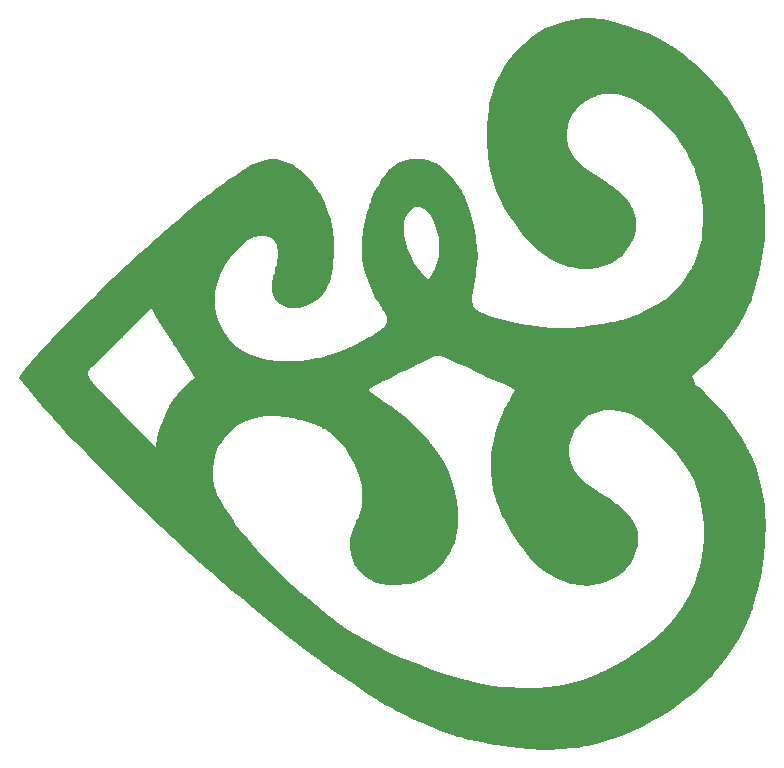
<source format=gbo>
G04*
G04 #@! TF.GenerationSoftware,Altium Limited,Altium Designer,18.1.7 (191)*
G04*
G04 Layer_Color=32896*
%FSLAX44Y44*%
%MOMM*%
G71*
G01*
G75*
G36*
X936389Y1004024D02*
X940209Y1003677D01*
X944028Y1002982D01*
X947153Y1002288D01*
X949584Y1001593D01*
X950973Y1001246D01*
X951667Y1000899D01*
X961042Y998121D01*
X970070Y994996D01*
X978055Y991871D01*
X985000Y988399D01*
X988125Y987010D01*
X990903Y985621D01*
X993333Y984233D01*
X995069Y983191D01*
X996805Y982149D01*
X997847Y981455D01*
X998541Y980760D01*
X998889D01*
X1006875Y975205D01*
X1014166Y969649D01*
X1020416Y963747D01*
X1026319Y958539D01*
X1030833Y953677D01*
X1034305Y949858D01*
X1035694Y948469D01*
X1036735Y947428D01*
X1037083Y946733D01*
X1037430Y946386D01*
X1045763Y935969D01*
X1052707Y925553D01*
X1058610Y915483D01*
X1063124Y906109D01*
X1064860Y901942D01*
X1066596Y898122D01*
X1067985Y894650D01*
X1069027Y891873D01*
X1069721Y889442D01*
X1070415Y887706D01*
X1070763Y886664D01*
Y886317D01*
X1073540Y874165D01*
X1075624Y862012D01*
X1076665Y850207D01*
X1077013Y844998D01*
X1077360Y839790D01*
Y835276D01*
X1077707Y831109D01*
Y824165D01*
X1077360Y821387D01*
Y817915D01*
X1075971Y807151D01*
X1074235Y797082D01*
X1072499Y787707D01*
X1070068Y779721D01*
X1069027Y776249D01*
X1068332Y773124D01*
X1067291Y770346D01*
X1066596Y767916D01*
X1065902Y765833D01*
X1065207Y764444D01*
X1064860Y763749D01*
Y763402D01*
X1060346Y754027D01*
X1055138Y744999D01*
X1049930Y737361D01*
X1044374Y730416D01*
X1041944Y727291D01*
X1039860Y724861D01*
X1037777Y722430D01*
X1035694Y720347D01*
X1034305Y718958D01*
X1033263Y717916D01*
X1032569Y717222D01*
X1032222Y716875D01*
X1029097Y713750D01*
X1026319Y711319D01*
X1024236Y709583D01*
X1023888Y709236D01*
X1023541Y708889D01*
X1020416Y706458D01*
X1017986Y704028D01*
X1016249Y702292D01*
X1015555Y701944D01*
Y701597D01*
X1016249Y699861D01*
X1016944Y698472D01*
Y697430D01*
X1017638Y696389D01*
X1017986Y695694D01*
X1018333Y695000D01*
X1020069Y693611D01*
X1021805Y692222D01*
X1023194Y691181D01*
X1023541Y690833D01*
X1025277Y688750D01*
X1026666Y687014D01*
X1028055Y685972D01*
X1028402Y685625D01*
X1036735Y676945D01*
X1044027Y668264D01*
X1050277Y660278D01*
X1055485Y652639D01*
X1057568Y649167D01*
X1059305Y646042D01*
X1061041Y643264D01*
X1062430Y640834D01*
X1063471Y639098D01*
X1064166Y637362D01*
X1064860Y636667D01*
Y636320D01*
X1069374Y625904D01*
X1072499Y615487D01*
X1074929Y605418D01*
X1076318Y596390D01*
X1077013Y592224D01*
X1077360Y588404D01*
X1077707Y584932D01*
Y582154D01*
X1078054Y579724D01*
Y576599D01*
X1077707Y562363D01*
X1076665Y548474D01*
X1075624Y542224D01*
X1074582Y536321D01*
X1073540Y530419D01*
X1072499Y525210D01*
X1071457Y520349D01*
X1070068Y516183D01*
X1069027Y512363D01*
X1068332Y509238D01*
X1067291Y506808D01*
X1066943Y504725D01*
X1066249Y503683D01*
Y503336D01*
X1063818Y497086D01*
X1061388Y490836D01*
X1055138Y479378D01*
X1048541Y468614D01*
X1045069Y464100D01*
X1041596Y459586D01*
X1038472Y455420D01*
X1035347Y451947D01*
X1032916Y448822D01*
X1030485Y446045D01*
X1028402Y443961D01*
X1027013Y442573D01*
X1025972Y441531D01*
X1025624Y441184D01*
X1016944Y433198D01*
X1007916Y426253D01*
X999236Y419656D01*
X990208Y414101D01*
X981875Y409240D01*
X973542Y404726D01*
X965556Y401254D01*
X957917Y398129D01*
X950973Y395351D01*
X944723Y393268D01*
X939167Y391531D01*
X934306Y390143D01*
X930487Y389101D01*
X927709Y388406D01*
X925973Y388059D01*
X925278D01*
X918681Y387018D01*
X912431Y386323D01*
X906529Y385976D01*
X901320Y385629D01*
X896806Y385282D01*
X893682D01*
X892293D01*
X891251D01*
X890904D01*
X890557D01*
X876321Y385976D01*
X862432Y387365D01*
X849238Y389101D01*
X843335Y390143D01*
X837432Y391531D01*
X832224Y392573D01*
X827363Y393615D01*
X823196Y394656D01*
X819724Y395698D01*
X816599Y396393D01*
X814516Y397087D01*
X813127Y397434D01*
X812780D01*
X800627Y401948D01*
X789169Y406809D01*
X778752Y411670D01*
X773891Y413753D01*
X769378Y416184D01*
X765211Y418267D01*
X761392Y420351D01*
X758267Y422087D01*
X755489Y423475D01*
X753406Y424864D01*
X751669Y425906D01*
X750628Y426253D01*
X750281Y426600D01*
X739517Y433545D01*
X729100Y440489D01*
X719725Y447086D01*
X711045Y452989D01*
X707225Y455767D01*
X703753Y458197D01*
X700976Y460281D01*
X698545Y462364D01*
X696462Y463753D01*
X695073Y464795D01*
X694031Y465489D01*
X693684Y465836D01*
X672851Y481808D01*
X662782Y489794D01*
X653059Y497780D01*
X643685Y505419D01*
X635004Y513058D01*
X626324Y520002D01*
X618685Y526599D01*
X611393Y532849D01*
X604796Y538405D01*
X599241Y543613D01*
X594380Y547780D01*
X590560Y551252D01*
X587783Y553682D01*
X586046Y555071D01*
X585352Y555766D01*
X566255Y573474D01*
X547852Y591182D01*
X539172Y599515D01*
X530839Y607848D01*
X523200Y615487D01*
X515908Y622779D01*
X508964Y629376D01*
X503061Y635626D01*
X497853Y641181D01*
X493339Y645695D01*
X489867Y649167D01*
X487089Y651945D01*
X485700Y653681D01*
X485006Y654376D01*
X477714Y662709D01*
X474242Y666528D01*
X471117Y670000D01*
X468340Y672778D01*
X466256Y674861D01*
X464867Y676598D01*
X464520Y676945D01*
X457576Y685278D01*
X454451Y689445D01*
X451673Y692917D01*
X449243Y696042D01*
X447159Y698125D01*
X445770Y699861D01*
X445423Y700208D01*
X446465Y701944D01*
X447506Y703333D01*
X447854Y704375D01*
X448201Y704722D01*
X448895Y705764D01*
X449590Y706805D01*
X450284Y707153D01*
X450631Y707500D01*
X461742Y720000D01*
X472853Y732152D01*
X483270Y743263D01*
X488478Y748124D01*
X492992Y752985D01*
X497159Y757152D01*
X500978Y760971D01*
X504450Y764444D01*
X507228Y767221D01*
X509658Y769652D01*
X511395Y771388D01*
X512436Y772430D01*
X512783Y772777D01*
X524936Y784235D01*
X537089Y795346D01*
X548200Y805762D01*
X553408Y810276D01*
X558269Y814790D01*
X562783Y818610D01*
X566949Y822429D01*
X570422Y825554D01*
X573547Y828332D01*
X575977Y830415D01*
X578060Y831804D01*
X579102Y832846D01*
X579449Y833193D01*
X584658Y837707D01*
X589866Y842220D01*
X594727Y846040D01*
X598894Y849512D01*
X602713Y852290D01*
X605491Y854720D01*
X607227Y856109D01*
X607921Y856456D01*
X613477Y860623D01*
X618685Y864442D01*
X623893Y868262D01*
X628407Y871387D01*
X632226Y873817D01*
X635351Y875901D01*
X637087Y877290D01*
X637782Y877637D01*
X643685Y881109D01*
X648893Y883192D01*
X654101Y884581D01*
X658268Y885275D01*
X661740Y885623D01*
X664518Y885275D01*
X665907Y884928D01*
X666601D01*
X671809Y883192D01*
X676670Y880762D01*
X681184Y877984D01*
X685004Y874859D01*
X688476Y872081D01*
X690906Y869651D01*
X692295Y867915D01*
X692990Y867220D01*
X697503Y860970D01*
X701323Y854720D01*
X704448Y848470D01*
X706878Y842915D01*
X708267Y838054D01*
X709656Y834582D01*
X710003Y833193D01*
Y832151D01*
X710350Y831457D01*
Y831109D01*
X711392Y823818D01*
X712086Y816526D01*
Y803332D01*
X711739Y797776D01*
Y795693D01*
X711392Y793610D01*
Y792221D01*
X711045Y791179D01*
Y790138D01*
X709656Y783888D01*
X708614Y781110D01*
X707573Y778680D01*
X706531Y776596D01*
X705837Y774860D01*
X705489Y773819D01*
X705142Y773471D01*
X703059Y770694D01*
X700628Y768263D01*
X698198Y766180D01*
X695767Y764791D01*
X693684Y763402D01*
X691948Y762708D01*
X690906Y762360D01*
X690559Y762013D01*
X686392Y760277D01*
X682573Y759235D01*
X680837D01*
X679448Y758888D01*
X678754D01*
X678406D01*
X675976Y759235D01*
X673545Y759583D01*
X669726Y761319D01*
X667990Y762013D01*
X666948Y762708D01*
X666254Y763055D01*
X665907Y763402D01*
X663823Y765138D01*
X662434Y766874D01*
X661393Y768610D01*
X660698Y769999D01*
X660351Y771388D01*
X660004Y772430D01*
Y781805D01*
X660351Y783541D01*
Y784930D01*
X660698Y785624D01*
Y785971D01*
X662087Y789096D01*
X662782Y792221D01*
X663476Y794652D01*
X663823Y794999D01*
Y795346D01*
X664518Y799165D01*
X665212Y802290D01*
Y808540D01*
X664518Y811318D01*
X663823Y813401D01*
X662434Y815485D01*
X661393Y816873D01*
X660351Y817915D01*
X659657Y818262D01*
X659309Y818610D01*
X657226Y819651D01*
X654796Y820346D01*
X652365D01*
X649934D01*
X647851Y819998D01*
X646115Y819651D01*
X645073Y819304D01*
X644726D01*
X639518Y816526D01*
X635004Y813054D01*
X630838Y809235D01*
X627018Y805068D01*
X624240Y801249D01*
X621810Y798124D01*
X620421Y796040D01*
X620074Y795693D01*
Y795346D01*
X616602Y788749D01*
X614171Y782499D01*
X612435Y776596D01*
X611740Y771735D01*
X611393Y767221D01*
Y761319D01*
X612435Y754722D01*
X614518Y748819D01*
X616602Y743611D01*
X619032Y739097D01*
X621463Y735624D01*
X623546Y732847D01*
X624935Y731458D01*
X625282Y730763D01*
X630143Y726597D01*
X635351Y723125D01*
X640560Y720347D01*
X645768Y718611D01*
X649934Y716875D01*
X653407Y716180D01*
X654796Y715833D01*
X655837Y715486D01*
X656184D01*
X656532D01*
X665907Y714444D01*
X674934D01*
X682920Y714791D01*
X690212Y715486D01*
X693684Y715833D01*
X696462Y716527D01*
X698892Y716875D01*
X700976Y717222D01*
X702712Y717569D01*
X704100Y717916D01*
X704795Y718264D01*
X705142D01*
X713823Y721041D01*
X722156Y724513D01*
X729795Y727986D01*
X736392Y731458D01*
X742294Y734583D01*
X744378Y735972D01*
X746461Y737013D01*
X748197Y738055D01*
X749239Y738749D01*
X749933Y739444D01*
X750281D01*
X752364Y741180D01*
X754100Y742569D01*
X755489Y744305D01*
X756530Y745347D01*
X757225Y747430D01*
X757572Y747777D01*
Y748124D01*
X757225Y749861D01*
X756878Y751597D01*
X755489Y755069D01*
X754447Y756805D01*
X753753Y757847D01*
X753406Y758541D01*
X753058Y758888D01*
X750281Y763402D01*
X747503Y767569D01*
X743336Y776249D01*
X740211Y784235D01*
X738128Y791527D01*
X736739Y797429D01*
X736392Y800207D01*
X736045Y802290D01*
Y804026D01*
X735697Y805415D01*
Y806457D01*
X736045Y815485D01*
X737086Y824165D01*
X738475Y832498D01*
X740558Y840137D01*
X741600Y843609D01*
X742294Y846387D01*
X743336Y849165D01*
X744031Y851595D01*
X744725Y853331D01*
X745419Y854720D01*
X745767Y855415D01*
Y855762D01*
X747850Y859929D01*
X750281Y863748D01*
X752364Y867567D01*
X754794Y870692D01*
X756530Y873123D01*
X758267Y875206D01*
X759308Y876595D01*
X759655Y876942D01*
X763128Y879720D01*
X766600Y881803D01*
X770419Y883539D01*
X774239Y884581D01*
X777711Y885275D01*
X780489Y885623D01*
X782225D01*
X782919D01*
X787780Y885275D01*
X791947Y884234D01*
X795766Y883192D01*
X798891Y881803D01*
X801322Y880067D01*
X803405Y879025D01*
X804446Y877984D01*
X804794Y877637D01*
X811044Y870692D01*
X813821Y867567D01*
X815905Y864790D01*
X817988Y862359D01*
X819377Y860276D01*
X820419Y858887D01*
X820766Y858540D01*
X821113Y857151D01*
X821460Y856804D01*
Y856456D01*
X821807Y855415D01*
X822155Y855068D01*
X825280Y848123D01*
X827363Y841179D01*
X829446Y834582D01*
X830835Y829026D01*
X831877Y824165D01*
X832571Y820346D01*
Y818957D01*
X832918Y817915D01*
Y817221D01*
X833613Y809929D01*
X833960Y802985D01*
X833613Y796388D01*
X832918Y790485D01*
X832224Y785277D01*
X831877Y783193D01*
X831529Y781457D01*
X831182Y780068D01*
Y779027D01*
X830835Y778332D01*
Y777985D01*
X830141Y773124D01*
X829446Y769305D01*
Y764096D01*
X829793Y762360D01*
Y761319D01*
X830141Y760971D01*
Y760624D01*
X831529Y759235D01*
X833613Y757499D01*
X836043Y756110D01*
X838821Y754722D01*
X841599Y753680D01*
X844029Y752638D01*
X845418Y752291D01*
X846113Y751944D01*
X856529Y748819D01*
X866599Y746388D01*
X875626Y744652D01*
X884307Y743611D01*
X887779Y742916D01*
X891251D01*
X894029Y742569D01*
X896459Y742222D01*
X898543D01*
X899931D01*
X900973D01*
X901320D01*
X911737Y742569D01*
X922153Y743263D01*
X931528Y744652D01*
X939862Y746041D01*
X943681Y746388D01*
X947153Y747083D01*
X949931Y747777D01*
X952361Y748472D01*
X954445Y748819D01*
X955834Y749166D01*
X956875Y749513D01*
X957222D01*
X964167Y751597D01*
X970764Y754374D01*
X976667Y757152D01*
X981875Y759930D01*
X986389Y762360D01*
X989514Y764444D01*
X991597Y765833D01*
X992291Y766180D01*
X997847Y770694D01*
X1002708Y775555D01*
X1006875Y780416D01*
X1010347Y785277D01*
X1013124Y789443D01*
X1015208Y792915D01*
X1015902Y794304D01*
X1016597Y795346D01*
X1016944Y795693D01*
Y796040D01*
X1019722Y802985D01*
X1021805Y810276D01*
X1023541Y817221D01*
X1024236Y824512D01*
X1024930Y831109D01*
Y838054D01*
X1024583Y844304D01*
X1023888Y850554D01*
X1022847Y856109D01*
X1022152Y861317D01*
X1021111Y865831D01*
X1020069Y869651D01*
X1019027Y872776D01*
X1018333Y874859D01*
X1017986Y876595D01*
X1017638Y876942D01*
X1014166Y884928D01*
X1010694Y891873D01*
X1006527Y898470D01*
X1002014Y904720D01*
X997500Y910275D01*
X992986Y915136D01*
X988472Y919303D01*
X984305Y923122D01*
X979792Y926594D01*
X975972Y929372D01*
X972500Y931803D01*
X969375Y933886D01*
X966597Y935275D01*
X964861Y936317D01*
X963472Y936664D01*
X963125Y937011D01*
X957570Y939094D01*
X952361Y940136D01*
X947500Y940483D01*
X943334D01*
X939514Y940136D01*
X937084Y939789D01*
X935348Y939442D01*
X934653Y939094D01*
X929792Y937358D01*
X925626Y934928D01*
X922153Y932150D01*
X919028Y929372D01*
X916945Y926942D01*
X915209Y924511D01*
X914167Y923122D01*
X913820Y922428D01*
X911737Y917567D01*
X910695Y913053D01*
X910001Y908539D01*
X909654Y904720D01*
X910001Y901247D01*
X910348Y898817D01*
X910695Y897081D01*
Y896386D01*
X912778Y891525D01*
X915556Y887359D01*
X918681Y883539D01*
X921806Y880414D01*
X924931Y877984D01*
X927362Y876248D01*
X929098Y874859D01*
X929792Y874512D01*
X934306Y871734D01*
X938126Y869303D01*
X939514Y868262D01*
X940903Y867220D01*
X941598Y866873D01*
X941945Y866526D01*
X946112Y863748D01*
X949584Y861317D01*
X950973Y860276D01*
X952014Y859234D01*
X952709Y858887D01*
X953056Y858540D01*
X956181Y855762D01*
X958611Y852984D01*
X961042Y850207D01*
X962778Y847429D01*
X964167Y845345D01*
X965209Y843609D01*
X965556Y842220D01*
X965903Y841873D01*
X967292Y838401D01*
X967986Y834582D01*
X968333Y831109D01*
X967986Y827637D01*
Y824859D01*
X967292Y822776D01*
X966945Y821387D01*
Y820693D01*
X965209Y816526D01*
X963125Y812707D01*
X960695Y809235D01*
X958611Y806457D01*
X956875Y804374D01*
X955139Y802638D01*
X954098Y801596D01*
X953750Y801249D01*
X949931Y798818D01*
X946112Y796735D01*
X942292Y795346D01*
X938473Y794304D01*
X935348Y793263D01*
X932917Y792915D01*
X931181Y792568D01*
X930487D01*
X925973Y792221D01*
X921459Y792568D01*
X917292Y792915D01*
X913820Y793610D01*
X910695Y793957D01*
X908612Y794652D01*
X907223Y795346D01*
X906529D01*
X902362Y797082D01*
X898543Y798818D01*
X895070Y800901D01*
X892293Y802985D01*
X889515Y805068D01*
X887779Y806457D01*
X886390Y807499D01*
X886043Y807846D01*
X880835Y812707D01*
X875973Y817221D01*
X871807Y822082D01*
X867987Y826943D01*
X864515Y831804D01*
X861043Y836665D01*
X858265Y841179D01*
X855835Y845345D01*
X853752Y849512D01*
X852015Y852984D01*
X850627Y856456D01*
X849585Y859234D01*
X848543Y861317D01*
X847849Y863054D01*
X847502Y864095D01*
Y864442D01*
X845766Y870345D01*
X844377Y876248D01*
X842641Y888053D01*
X841946Y899511D01*
Y909928D01*
X842293Y914789D01*
X842641Y918956D01*
X842988Y922775D01*
X843335Y925900D01*
Y928678D01*
X843682Y930414D01*
X844029Y931803D01*
Y932150D01*
X845766Y939442D01*
X847849Y946039D01*
X850627Y952289D01*
X853404Y957844D01*
X856529Y963400D01*
X860001Y968261D01*
X863474Y972774D01*
X866599Y976594D01*
X869724Y980066D01*
X872849Y983191D01*
X875626Y985621D01*
X878404Y987705D01*
X880487Y989441D01*
X881876Y990482D01*
X882918Y991177D01*
X883265Y991524D01*
X891251Y996038D01*
X899237Y999163D01*
X906529Y1001593D01*
X913473Y1002982D01*
X919376Y1004024D01*
X921806Y1004371D01*
X923889D01*
X925278Y1004718D01*
X926667D01*
X927362D01*
X927709D01*
X931876D01*
X936389Y1004024D01*
D02*
G37*
%LPC*%
G36*
X785350Y844998D02*
X783961D01*
X782572D01*
X781530D01*
X781183Y844651D01*
X780836D01*
X779100Y843957D01*
X777364Y842568D01*
X774933Y839790D01*
X773891Y838401D01*
X773544Y837012D01*
X772850Y836318D01*
Y835971D01*
X771808Y831457D01*
X771461Y826596D01*
X771808Y822082D01*
X772503Y817568D01*
X773197Y814096D01*
X774239Y810971D01*
X774586Y809235D01*
X774933Y808887D01*
Y808540D01*
X777364Y802985D01*
X780141Y797776D01*
X782919Y793610D01*
X785697Y789790D01*
X788475Y787013D01*
X790558Y784930D01*
X791947Y783541D01*
X792294Y783193D01*
X795766Y787707D01*
X798197Y792568D01*
X799933Y797429D01*
X800974Y802290D01*
X801322Y806457D01*
X801669Y809582D01*
Y812707D01*
X801322Y819304D01*
X799933Y824859D01*
X798197Y829721D01*
X796460Y833887D01*
X794377Y837012D01*
X792641Y839443D01*
X791252Y840832D01*
X790905Y841179D01*
X788822Y842915D01*
X787086Y844304D01*
X785350Y844998D01*
D02*
G37*
G36*
X557575Y758888D02*
X548547Y750208D01*
X544380Y746041D01*
X540561Y742222D01*
X537436Y739097D01*
X535005Y736319D01*
X533616Y734930D01*
X532922Y734236D01*
X523200Y725208D01*
X519033Y721041D01*
X514867Y716875D01*
X511742Y713750D01*
X508964Y711319D01*
X507575Y709583D01*
X506881Y708889D01*
X505839Y707500D01*
X504797Y706458D01*
X504450Y705069D01*
Y702292D01*
X504797Y701944D01*
Y701597D01*
X506186Y699167D01*
X507575Y697083D01*
X508617Y695694D01*
X508964Y695000D01*
X517645Y685972D01*
X521811Y681806D01*
X525630Y677639D01*
X529103Y674514D01*
X531533Y672084D01*
X532922Y670348D01*
X533616Y669653D01*
X543339Y659584D01*
X547852Y654723D01*
X552366Y650556D01*
X555838Y646737D01*
X558963Y643959D01*
X560700Y641876D01*
X561394Y641528D01*
Y641181D01*
X562783Y648820D01*
X564519Y655764D01*
X566602Y661667D01*
X568338Y666528D01*
X570074Y670695D01*
X571463Y673820D01*
X572505Y675556D01*
X572852Y676250D01*
X575977Y681111D01*
X579796Y685972D01*
X583269Y689792D01*
X586741Y693611D01*
X589866Y696389D01*
X592296Y698472D01*
X594032Y699861D01*
X594727Y700208D01*
X587783Y710972D01*
X584658Y715833D01*
X581880Y720347D01*
X579449Y724166D01*
X577713Y726944D01*
X576324Y728680D01*
X575977Y729375D01*
X569380Y740138D01*
X566255Y744999D01*
X563477Y749513D01*
X561047Y753333D01*
X559311Y756458D01*
X557922Y758194D01*
X557575Y758888D01*
D02*
G37*
G36*
X798891Y718611D02*
X797502Y718264D01*
X796460Y717916D01*
X796113Y717569D01*
X790905Y715139D01*
X786044Y712708D01*
X781530Y710625D01*
X777364Y708541D01*
X773891Y707153D01*
X771461Y705764D01*
X769725Y705069D01*
X769030Y704722D01*
X758961Y699514D01*
X754100Y697083D01*
X749933Y694653D01*
X746114Y692917D01*
X743336Y691528D01*
X741600Y690486D01*
X740906Y690139D01*
X744378Y687014D01*
X747850Y684931D01*
X749239Y683889D01*
X749933Y683195D01*
X750628Y682847D01*
X750975D01*
X754794Y680070D01*
X757919Y677986D01*
X759308Y677292D01*
X760350Y676598D01*
X760697Y676250D01*
X761044D01*
X768336Y670695D01*
X774933Y665139D01*
X780489Y659584D01*
X785697Y654376D01*
X789863Y650209D01*
X792988Y646737D01*
X794030Y645348D01*
X794724Y644306D01*
X795419Y643959D01*
Y643612D01*
X800627Y636320D01*
X805141Y629029D01*
X808613Y622084D01*
X811391Y615140D01*
X813127Y609237D01*
X813821Y606807D01*
X814516Y604723D01*
X814863Y602987D01*
X815210Y601598D01*
X815557Y600904D01*
Y600557D01*
X816599Y595001D01*
X817294Y589446D01*
X817641Y584238D01*
Y576251D01*
X817294Y573126D01*
X816946Y571390D01*
Y570696D01*
X815905Y565488D01*
X814516Y560279D01*
X812432Y555766D01*
X810349Y551599D01*
X808266Y548127D01*
X806530Y545696D01*
X805141Y543960D01*
X804794Y543266D01*
X800974Y539099D01*
X796808Y535974D01*
X792988Y533196D01*
X789516Y530766D01*
X786391Y529377D01*
X783613Y527988D01*
X782225Y527641D01*
X781530Y527294D01*
X776669Y525905D01*
X771808Y525210D01*
X767294Y524516D01*
X763128D01*
X759308Y524863D01*
X756183D01*
X754447Y525210D01*
X754100D01*
X753753D01*
X748197Y526599D01*
X743336Y529030D01*
X739517Y531460D01*
X736045Y534238D01*
X733614Y537016D01*
X731878Y539099D01*
X730836Y540488D01*
X730489Y541182D01*
X728059Y546044D01*
X726670Y550905D01*
X725975Y555766D01*
Y559932D01*
X726322Y563752D01*
X727017Y566877D01*
X727364Y568613D01*
X727711Y569307D01*
X728406Y571390D01*
X728753Y573126D01*
X729100Y574168D01*
Y574515D01*
X730142Y575904D01*
X730836Y577293D01*
X731183Y578335D01*
Y578682D01*
X733267Y582501D01*
X734656Y586668D01*
X735697Y590487D01*
X736045Y594307D01*
X736392Y601946D01*
X735697Y608890D01*
X734308Y614793D01*
X733614Y617570D01*
X732920Y619654D01*
X732225Y621390D01*
X731531Y622779D01*
X731183Y623473D01*
Y623820D01*
X729100Y628334D01*
X726670Y632501D01*
X724586Y636320D01*
X722156Y639792D01*
X717295Y645695D01*
X712434Y650556D01*
X708267Y654028D01*
X704795Y656459D01*
X703406Y657153D01*
X702364Y657848D01*
X702017Y658195D01*
X701670D01*
X692990Y661667D01*
X689170Y662709D01*
X685698Y664098D01*
X682573Y664792D01*
X680490Y665487D01*
X679101Y666181D01*
X678406D01*
X669726Y667223D01*
X665559Y667570D01*
X662087D01*
X658962D01*
X656532D01*
X655143D01*
X654448D01*
X649934Y667223D01*
X645421Y666181D01*
X637782Y663403D01*
X631185Y659931D01*
X625976Y655764D01*
X621810Y651945D01*
X619032Y648473D01*
X617990Y647084D01*
X617296Y646042D01*
X616602Y645348D01*
Y645001D01*
X614518Y641181D01*
X612782Y637362D01*
X611740Y633195D01*
X610699Y629376D01*
X610004Y622084D01*
X610352Y615487D01*
X611046Y609584D01*
X611740Y607154D01*
X612088Y605070D01*
X612782Y603682D01*
X613129Y602293D01*
X613477Y601598D01*
Y601251D01*
X616602Y596043D01*
X619379Y591182D01*
X620768Y589446D01*
X621810Y588057D01*
X622157Y587015D01*
X622504Y586668D01*
X625629Y581113D01*
X627365Y578682D01*
X628754Y576599D01*
X630143Y574863D01*
X631185Y573474D01*
X631532Y572779D01*
X631879Y572432D01*
X639518Y563404D01*
X646810Y554724D01*
X654796Y546738D01*
X662434Y538752D01*
X669726Y531460D01*
X677018Y524516D01*
X684309Y518266D01*
X690906Y512711D01*
X697156Y507502D01*
X702712Y502641D01*
X707920Y498822D01*
X712086Y495697D01*
X715559Y492919D01*
X718336Y491183D01*
X719725Y489794D01*
X720420Y489447D01*
X729795Y483544D01*
X739169Y477989D01*
X748544Y472780D01*
X758267Y468267D01*
X767641Y464100D01*
X776669Y460281D01*
X785697Y456809D01*
X794030Y453684D01*
X801669Y450906D01*
X808613Y448822D01*
X814863Y446739D01*
X820419Y445350D01*
X824932Y443961D01*
X828057Y443267D01*
X830141Y442920D01*
X830835Y442573D01*
X842293Y440142D01*
X853057Y438753D01*
X863474Y438059D01*
X867987Y437711D01*
X872501D01*
X876668D01*
X880140D01*
X883265D01*
X886043D01*
X888473D01*
X889862Y438059D01*
X890904D01*
X891251D01*
X902362Y439448D01*
X913126Y441878D01*
X923195Y444656D01*
X927709Y446392D01*
X931876Y447781D01*
X935695Y449517D01*
X938820Y450906D01*
X941945Y452295D01*
X944375Y453336D01*
X946459Y454378D01*
X947848Y455072D01*
X948889Y455767D01*
X949236D01*
X958959Y461322D01*
X967639Y467225D01*
X975278Y473128D01*
X982222Y478336D01*
X987430Y483197D01*
X989861Y485280D01*
X991597Y486669D01*
X992986Y488058D01*
X994028Y489447D01*
X994722Y489794D01*
X995069Y490141D01*
X1002014Y498127D01*
X1007916Y506808D01*
X1012777Y515141D01*
X1016249Y523127D01*
X1017638Y526599D01*
X1019027Y530071D01*
X1020069Y532849D01*
X1020763Y535627D01*
X1021458Y537710D01*
X1021805Y539099D01*
X1022152Y540141D01*
Y540488D01*
X1023888Y548127D01*
X1024930Y555766D01*
X1025277Y562710D01*
X1025624Y569654D01*
X1025277Y576251D01*
X1024930Y582154D01*
X1024236Y587710D01*
X1023194Y592918D01*
X1022152Y597432D01*
X1021111Y601598D01*
X1020069Y605070D01*
X1019027Y608195D01*
X1018333Y610626D01*
X1017638Y612362D01*
X1017291Y613404D01*
X1016944Y613751D01*
X1013819Y619654D01*
X1010694Y624862D01*
X1003055Y635279D01*
X995416Y643959D01*
X991250Y648126D01*
X987778Y651598D01*
X983958Y655070D01*
X980486Y657848D01*
X977708Y660278D01*
X974931Y662362D01*
X972847Y664098D01*
X971111Y665139D01*
X970070Y665834D01*
X969722Y666181D01*
X964167Y669306D01*
X958264Y671389D01*
X953056Y672431D01*
X948542Y673125D01*
X944375D01*
X941250Y672778D01*
X939167Y672431D01*
X938820D01*
X938473D01*
X933264Y670695D01*
X928403Y668264D01*
X924237Y665139D01*
X921112Y662014D01*
X918681Y659237D01*
X916598Y656806D01*
X915556Y655070D01*
X915209Y654376D01*
X913473Y650209D01*
X912431Y645695D01*
X911737Y641876D01*
Y634931D01*
X912084Y632501D01*
X912431Y631112D01*
Y630418D01*
X913820Y626251D01*
X915903Y622431D01*
X918334Y618959D01*
X920765Y615834D01*
X922848Y613404D01*
X924931Y611668D01*
X926320Y610279D01*
X926667Y609932D01*
X931528Y606807D01*
X936042Y604029D01*
X937778Y602987D01*
X939167Y601946D01*
X940209Y601598D01*
X940556Y601251D01*
X945417Y598126D01*
X949584Y595001D01*
X951320Y593612D01*
X952709Y592918D01*
X953403Y592224D01*
X953750Y591876D01*
X956875Y589446D01*
X959653Y586668D01*
X962084Y583890D01*
X963820Y581460D01*
X965556Y579376D01*
X966597Y577640D01*
X967292Y576251D01*
X967639Y575904D01*
X969028Y572432D01*
X970070Y568960D01*
Y562710D01*
X969722Y559932D01*
X969375Y557849D01*
X969028Y556113D01*
Y555766D01*
X967292Y551252D01*
X965556Y547085D01*
X963472Y543613D01*
X961389Y540488D01*
X959653Y538405D01*
X957917Y536669D01*
X956875Y535627D01*
X956528Y535280D01*
X953056Y532502D01*
X949584Y530419D01*
X945764Y528683D01*
X942292Y527294D01*
X939167Y526252D01*
X936737Y525558D01*
X935348Y525210D01*
X934653D01*
X930487Y524516D01*
X926320Y524169D01*
X922501Y524516D01*
X919376D01*
X916598Y525210D01*
X914167Y525558D01*
X912778Y525905D01*
X912431D01*
X908612Y526946D01*
X904792Y528683D01*
X901668Y530071D01*
X898543Y531808D01*
X896112Y533196D01*
X894376Y534238D01*
X892987Y534933D01*
X892640Y535280D01*
X887084Y539446D01*
X881876Y543960D01*
X877362Y548821D01*
X872849Y554030D01*
X869029Y559238D01*
X865557Y564446D01*
X862432Y569654D01*
X859654Y574515D01*
X856876Y579376D01*
X854793Y583543D01*
X853057Y587710D01*
X851668Y590835D01*
X850627Y593960D01*
X849932Y596043D01*
X849238Y597432D01*
Y597779D01*
X847154Y605418D01*
X845766Y613057D01*
X845071Y620348D01*
Y627640D01*
X845418Y634584D01*
X846460Y640834D01*
X847502Y647084D01*
X848890Y652987D01*
X850627Y658195D01*
X852015Y662709D01*
X853752Y666875D01*
X855140Y670348D01*
X856529Y673125D01*
X857571Y675209D01*
X858265Y676598D01*
X858613Y676945D01*
X860001Y679375D01*
X861043Y681459D01*
X861738Y682847D01*
X862085Y683542D01*
X863126Y685625D01*
X864515Y688056D01*
X865557Y689445D01*
X865904Y690139D01*
X860001Y692917D01*
X854446Y695347D01*
X849585Y697778D01*
X845071Y699514D01*
X841252Y701250D01*
X838474Y702639D01*
X836738Y703333D01*
X836043Y703680D01*
X825280Y708889D01*
X820419Y710972D01*
X815905Y713055D01*
X812432Y714791D01*
X809308Y715833D01*
X807571Y716527D01*
X806877Y716875D01*
X805141Y717569D01*
X803058Y718264D01*
X801669D01*
X801322D01*
X800974D01*
X798891Y718611D01*
D02*
G37*
%LPD*%
M02*

</source>
